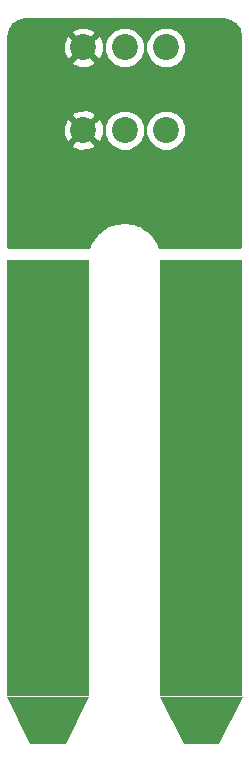
<source format=gbr>
G04 #@! TF.FileFunction,Copper,L2,Bot,Signal*
%FSLAX46Y46*%
G04 Gerber Fmt 4.6, Leading zero omitted, Abs format (unit mm)*
G04 Created by KiCad (PCBNEW (2015-01-16 BZR 5376)-product) date 16/06/2015 17:16:53*
%MOMM*%
G01*
G04 APERTURE LIST*
%ADD10C,0.100000*%
%ADD11C,2.200000*%
%ADD12C,1.000000*%
%ADD13R,7.000000X37.000000*%
%ADD14C,0.254000*%
G04 APERTURE END LIST*
D10*
D11*
X-5500000Y-1500000D03*
X-9000000Y-1500000D03*
X-12500000Y-1500000D03*
X-5500000Y-8500000D03*
X-9000000Y-8500000D03*
X-12500000Y-8500000D03*
D12*
X-18000000Y-20500000D03*
X-15500000Y-20500000D03*
X-13000000Y-20500000D03*
X-13000000Y-27500000D03*
X-15500000Y-27500000D03*
X-18000000Y-27500000D03*
X-16500000Y-59500000D03*
X-14500000Y-59500000D03*
X-13000000Y-55500000D03*
X-15500000Y-55500000D03*
X-18000000Y-55500000D03*
X-18000000Y-48500000D03*
X-15500000Y-48500000D03*
X-13000000Y-48500000D03*
X-13000000Y-41500000D03*
X-15500000Y-41500000D03*
X-18000000Y-41500000D03*
X-18000000Y-34500000D03*
X-15500000Y-34500000D03*
X-13000000Y-34500000D03*
D10*
G36*
X-17000000Y-60500000D02*
X-19000000Y-56500000D01*
X-12000000Y-56500000D01*
X-14000000Y-60500000D01*
X-17000000Y-60500000D01*
X-17000000Y-60500000D01*
G37*
D13*
X-15500000Y-38000000D03*
D12*
X-5000000Y-20500000D03*
X-2500000Y-20500000D03*
X0Y-20500000D03*
X0Y-27500000D03*
X-2500000Y-27500000D03*
X-5000000Y-27500000D03*
X-3500000Y-59500000D03*
X-1500000Y-59500000D03*
X0Y-55500000D03*
X-2500000Y-55500000D03*
X-5000000Y-55500000D03*
X-5000000Y-48500000D03*
X-2500000Y-48500000D03*
X0Y-48500000D03*
X0Y-41500000D03*
X-2500000Y-41500000D03*
X-5000000Y-41500000D03*
X-5000000Y-34500000D03*
X-2500000Y-34500000D03*
X0Y-34500000D03*
D10*
G36*
X-4000000Y-60500000D02*
X-6000000Y-56500000D01*
X1000000Y-56500000D01*
X-1000000Y-60500000D01*
X-4000000Y-60500000D01*
X-4000000Y-60500000D01*
G37*
D13*
X-2500000Y-38000000D03*
D14*
G36*
X778448Y-18373000D02*
X-3764699Y-18373000D01*
X-3764699Y-8156401D01*
X-3764699Y-1156401D01*
X-4028281Y-518485D01*
X-4515918Y-29996D01*
X-5153373Y234699D01*
X-5843599Y235301D01*
X-6481515Y-28281D01*
X-6970004Y-515918D01*
X-7234699Y-1153373D01*
X-7235301Y-1843599D01*
X-6971719Y-2481515D01*
X-6484082Y-2970004D01*
X-5846627Y-3234699D01*
X-5156401Y-3235301D01*
X-4518485Y-2971719D01*
X-4029996Y-2484082D01*
X-3765301Y-1846627D01*
X-3764699Y-1156401D01*
X-3764699Y-8156401D01*
X-4028281Y-7518485D01*
X-4515918Y-7029996D01*
X-5153373Y-6765301D01*
X-5843599Y-6764699D01*
X-6481515Y-7028281D01*
X-6970004Y-7515918D01*
X-7234699Y-8153373D01*
X-7235301Y-8843599D01*
X-6971719Y-9481515D01*
X-6484082Y-9970004D01*
X-5846627Y-10234699D01*
X-5156401Y-10235301D01*
X-4518485Y-9971719D01*
X-4029996Y-9484082D01*
X-3765301Y-8846627D01*
X-3764699Y-8156401D01*
X-3764699Y-18373000D01*
X-6049987Y-18373000D01*
X-6055015Y-18347721D01*
X-6127340Y-18173116D01*
X-6157297Y-18100793D01*
X-6157297Y-18100792D01*
X-6699228Y-17289734D01*
X-6825223Y-17163740D01*
X-6888220Y-17100744D01*
X-6888220Y-17100743D01*
X-7264699Y-16849187D01*
X-7264699Y-8156401D01*
X-7264699Y-1156401D01*
X-7528281Y-518485D01*
X-8015918Y-29996D01*
X-8653373Y234699D01*
X-9343599Y235301D01*
X-9981515Y-28281D01*
X-10470004Y-515918D01*
X-10734699Y-1153373D01*
X-10735301Y-1843599D01*
X-10471719Y-2481515D01*
X-9984082Y-2970004D01*
X-9346627Y-3234699D01*
X-8656401Y-3235301D01*
X-8018485Y-2971719D01*
X-7529996Y-2484082D01*
X-7265301Y-1846627D01*
X-7264699Y-1156401D01*
X-7264699Y-8156401D01*
X-7528281Y-7518485D01*
X-8015918Y-7029996D01*
X-8653373Y-6765301D01*
X-9343599Y-6764699D01*
X-9981515Y-7028281D01*
X-10470004Y-7515918D01*
X-10734699Y-8153373D01*
X-10735301Y-8843599D01*
X-10471719Y-9481515D01*
X-9984082Y-9970004D01*
X-9346627Y-10234699D01*
X-8656401Y-10235301D01*
X-8018485Y-9971719D01*
X-7529996Y-9484082D01*
X-7265301Y-8846627D01*
X-7264699Y-8156401D01*
X-7264699Y-16849187D01*
X-7699277Y-16558811D01*
X-7843925Y-16498896D01*
X-7946206Y-16456530D01*
X-8902915Y-16266229D01*
X-9036552Y-16266229D01*
X-9170189Y-16266229D01*
X-10126898Y-16456530D01*
X-10301503Y-16528854D01*
X-10373827Y-16558812D01*
X-10754677Y-16813287D01*
X-10754677Y-8788407D01*
X-10754677Y-1788407D01*
X-10777164Y-1098547D01*
X-10997901Y-565641D01*
X-11275132Y-454737D01*
X-11454737Y-634342D01*
X-11454737Y-275132D01*
X-11565641Y2099D01*
X-12211593Y245323D01*
X-12901453Y222836D01*
X-13434359Y2099D01*
X-13545263Y-275132D01*
X-12500000Y-1320395D01*
X-11454737Y-275132D01*
X-11454737Y-634342D01*
X-12320395Y-1500000D01*
X-11275132Y-2545263D01*
X-10997901Y-2434359D01*
X-10754677Y-1788407D01*
X-10754677Y-8788407D01*
X-10777164Y-8098547D01*
X-10997901Y-7565641D01*
X-11275132Y-7454737D01*
X-11454737Y-7634342D01*
X-11454737Y-7275132D01*
X-11454737Y-2724868D01*
X-12500000Y-1679605D01*
X-12679605Y-1859210D01*
X-12679605Y-1500000D01*
X-13724868Y-454737D01*
X-14002099Y-565641D01*
X-14245323Y-1211593D01*
X-14222836Y-1901453D01*
X-14002099Y-2434359D01*
X-13724868Y-2545263D01*
X-12679605Y-1500000D01*
X-12679605Y-1859210D01*
X-13545263Y-2724868D01*
X-13434359Y-3002099D01*
X-12788407Y-3245323D01*
X-12098547Y-3222836D01*
X-11565641Y-3002099D01*
X-11454737Y-2724868D01*
X-11454737Y-7275132D01*
X-11565641Y-6997901D01*
X-12211593Y-6754677D01*
X-12901453Y-6777164D01*
X-13434359Y-6997901D01*
X-13545263Y-7275132D01*
X-12500000Y-8320395D01*
X-11454737Y-7275132D01*
X-11454737Y-7634342D01*
X-12320395Y-8500000D01*
X-11275132Y-9545263D01*
X-10997901Y-9434359D01*
X-10754677Y-8788407D01*
X-10754677Y-16813287D01*
X-11184885Y-17100743D01*
X-11310879Y-17226737D01*
X-11373876Y-17289735D01*
X-11454737Y-17410751D01*
X-11454737Y-9724868D01*
X-12500000Y-8679605D01*
X-12679605Y-8859210D01*
X-12679605Y-8500000D01*
X-13724868Y-7454737D01*
X-14002099Y-7565641D01*
X-14245323Y-8211593D01*
X-14222836Y-8901453D01*
X-14002099Y-9434359D01*
X-13724868Y-9545263D01*
X-12679605Y-8500000D01*
X-12679605Y-8859210D01*
X-13545263Y-9724868D01*
X-13434359Y-10002099D01*
X-12788407Y-10245323D01*
X-12098547Y-10222836D01*
X-11565641Y-10002099D01*
X-11454737Y-9724868D01*
X-11454737Y-17410751D01*
X-11915808Y-18100792D01*
X-11975723Y-18245439D01*
X-12018089Y-18347721D01*
X-12023118Y-18373000D01*
X-18851552Y-18373000D01*
X-18851552Y-505534D01*
X-18739055Y60027D01*
X-18456909Y482290D01*
X-18034646Y764436D01*
X-17488859Y873000D01*
X-584247Y873000D01*
X-38459Y764436D01*
X383804Y482290D01*
X665950Y60027D01*
X778448Y-505533D01*
X778448Y-18373000D01*
X778448Y-18373000D01*
G37*
X778448Y-18373000D02*
X-3764699Y-18373000D01*
X-3764699Y-8156401D01*
X-3764699Y-1156401D01*
X-4028281Y-518485D01*
X-4515918Y-29996D01*
X-5153373Y234699D01*
X-5843599Y235301D01*
X-6481515Y-28281D01*
X-6970004Y-515918D01*
X-7234699Y-1153373D01*
X-7235301Y-1843599D01*
X-6971719Y-2481515D01*
X-6484082Y-2970004D01*
X-5846627Y-3234699D01*
X-5156401Y-3235301D01*
X-4518485Y-2971719D01*
X-4029996Y-2484082D01*
X-3765301Y-1846627D01*
X-3764699Y-1156401D01*
X-3764699Y-8156401D01*
X-4028281Y-7518485D01*
X-4515918Y-7029996D01*
X-5153373Y-6765301D01*
X-5843599Y-6764699D01*
X-6481515Y-7028281D01*
X-6970004Y-7515918D01*
X-7234699Y-8153373D01*
X-7235301Y-8843599D01*
X-6971719Y-9481515D01*
X-6484082Y-9970004D01*
X-5846627Y-10234699D01*
X-5156401Y-10235301D01*
X-4518485Y-9971719D01*
X-4029996Y-9484082D01*
X-3765301Y-8846627D01*
X-3764699Y-8156401D01*
X-3764699Y-18373000D01*
X-6049987Y-18373000D01*
X-6055015Y-18347721D01*
X-6127340Y-18173116D01*
X-6157297Y-18100793D01*
X-6157297Y-18100792D01*
X-6699228Y-17289734D01*
X-6825223Y-17163740D01*
X-6888220Y-17100744D01*
X-6888220Y-17100743D01*
X-7264699Y-16849187D01*
X-7264699Y-8156401D01*
X-7264699Y-1156401D01*
X-7528281Y-518485D01*
X-8015918Y-29996D01*
X-8653373Y234699D01*
X-9343599Y235301D01*
X-9981515Y-28281D01*
X-10470004Y-515918D01*
X-10734699Y-1153373D01*
X-10735301Y-1843599D01*
X-10471719Y-2481515D01*
X-9984082Y-2970004D01*
X-9346627Y-3234699D01*
X-8656401Y-3235301D01*
X-8018485Y-2971719D01*
X-7529996Y-2484082D01*
X-7265301Y-1846627D01*
X-7264699Y-1156401D01*
X-7264699Y-8156401D01*
X-7528281Y-7518485D01*
X-8015918Y-7029996D01*
X-8653373Y-6765301D01*
X-9343599Y-6764699D01*
X-9981515Y-7028281D01*
X-10470004Y-7515918D01*
X-10734699Y-8153373D01*
X-10735301Y-8843599D01*
X-10471719Y-9481515D01*
X-9984082Y-9970004D01*
X-9346627Y-10234699D01*
X-8656401Y-10235301D01*
X-8018485Y-9971719D01*
X-7529996Y-9484082D01*
X-7265301Y-8846627D01*
X-7264699Y-8156401D01*
X-7264699Y-16849187D01*
X-7699277Y-16558811D01*
X-7843925Y-16498896D01*
X-7946206Y-16456530D01*
X-8902915Y-16266229D01*
X-9036552Y-16266229D01*
X-9170189Y-16266229D01*
X-10126898Y-16456530D01*
X-10301503Y-16528854D01*
X-10373827Y-16558812D01*
X-10754677Y-16813287D01*
X-10754677Y-8788407D01*
X-10754677Y-1788407D01*
X-10777164Y-1098547D01*
X-10997901Y-565641D01*
X-11275132Y-454737D01*
X-11454737Y-634342D01*
X-11454737Y-275132D01*
X-11565641Y2099D01*
X-12211593Y245323D01*
X-12901453Y222836D01*
X-13434359Y2099D01*
X-13545263Y-275132D01*
X-12500000Y-1320395D01*
X-11454737Y-275132D01*
X-11454737Y-634342D01*
X-12320395Y-1500000D01*
X-11275132Y-2545263D01*
X-10997901Y-2434359D01*
X-10754677Y-1788407D01*
X-10754677Y-8788407D01*
X-10777164Y-8098547D01*
X-10997901Y-7565641D01*
X-11275132Y-7454737D01*
X-11454737Y-7634342D01*
X-11454737Y-7275132D01*
X-11454737Y-2724868D01*
X-12500000Y-1679605D01*
X-12679605Y-1859210D01*
X-12679605Y-1500000D01*
X-13724868Y-454737D01*
X-14002099Y-565641D01*
X-14245323Y-1211593D01*
X-14222836Y-1901453D01*
X-14002099Y-2434359D01*
X-13724868Y-2545263D01*
X-12679605Y-1500000D01*
X-12679605Y-1859210D01*
X-13545263Y-2724868D01*
X-13434359Y-3002099D01*
X-12788407Y-3245323D01*
X-12098547Y-3222836D01*
X-11565641Y-3002099D01*
X-11454737Y-2724868D01*
X-11454737Y-7275132D01*
X-11565641Y-6997901D01*
X-12211593Y-6754677D01*
X-12901453Y-6777164D01*
X-13434359Y-6997901D01*
X-13545263Y-7275132D01*
X-12500000Y-8320395D01*
X-11454737Y-7275132D01*
X-11454737Y-7634342D01*
X-12320395Y-8500000D01*
X-11275132Y-9545263D01*
X-10997901Y-9434359D01*
X-10754677Y-8788407D01*
X-10754677Y-16813287D01*
X-11184885Y-17100743D01*
X-11310879Y-17226737D01*
X-11373876Y-17289735D01*
X-11454737Y-17410751D01*
X-11454737Y-9724868D01*
X-12500000Y-8679605D01*
X-12679605Y-8859210D01*
X-12679605Y-8500000D01*
X-13724868Y-7454737D01*
X-14002099Y-7565641D01*
X-14245323Y-8211593D01*
X-14222836Y-8901453D01*
X-14002099Y-9434359D01*
X-13724868Y-9545263D01*
X-12679605Y-8500000D01*
X-12679605Y-8859210D01*
X-13545263Y-9724868D01*
X-13434359Y-10002099D01*
X-12788407Y-10245323D01*
X-12098547Y-10222836D01*
X-11565641Y-10002099D01*
X-11454737Y-9724868D01*
X-11454737Y-17410751D01*
X-11915808Y-18100792D01*
X-11975723Y-18245439D01*
X-12018089Y-18347721D01*
X-12023118Y-18373000D01*
X-18851552Y-18373000D01*
X-18851552Y-505534D01*
X-18739055Y60027D01*
X-18456909Y482290D01*
X-18034646Y764436D01*
X-17488859Y873000D01*
X-584247Y873000D01*
X-38459Y764436D01*
X383804Y482290D01*
X665950Y60027D01*
X778448Y-505533D01*
X778448Y-18373000D01*
M02*

</source>
